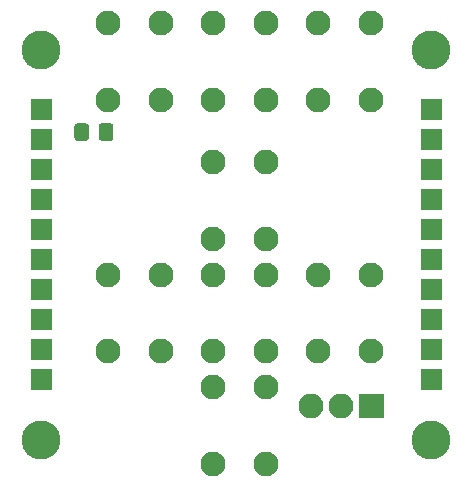
<source format=gbr>
G04 #@! TF.GenerationSoftware,KiCad,Pcbnew,(5.1.8)-1*
G04 #@! TF.CreationDate,2020-11-07T15:34:37+03:00*
G04 #@! TF.ProjectId,ArrowKbd,4172726f-774b-4626-942e-6b696361645f,rev?*
G04 #@! TF.SameCoordinates,Original*
G04 #@! TF.FileFunction,Soldermask,Top*
G04 #@! TF.FilePolarity,Negative*
%FSLAX46Y46*%
G04 Gerber Fmt 4.6, Leading zero omitted, Abs format (unit mm)*
G04 Created by KiCad (PCBNEW (5.1.8)-1) date 2020-11-07 15:34:37*
%MOMM*%
%LPD*%
G01*
G04 APERTURE LIST*
%ADD10C,3.302000*%
%ADD11O,2.102000X2.102000*%
%ADD12C,2.102000*%
G04 APERTURE END LIST*
D10*
X92710000Y-54610000D03*
X92710000Y-87630000D03*
X125730000Y-54610000D03*
X125730000Y-87630000D03*
G36*
G01*
X124829000Y-83400000D02*
X124829000Y-81700000D01*
G75*
G02*
X124880000Y-81649000I51000J0D01*
G01*
X126580000Y-81649000D01*
G75*
G02*
X126631000Y-81700000I0J-51000D01*
G01*
X126631000Y-83400000D01*
G75*
G02*
X126580000Y-83451000I-51000J0D01*
G01*
X124880000Y-83451000D01*
G75*
G02*
X124829000Y-83400000I0J51000D01*
G01*
G37*
G36*
G01*
X124829000Y-80860000D02*
X124829000Y-79160000D01*
G75*
G02*
X124880000Y-79109000I51000J0D01*
G01*
X126580000Y-79109000D01*
G75*
G02*
X126631000Y-79160000I0J-51000D01*
G01*
X126631000Y-80860000D01*
G75*
G02*
X126580000Y-80911000I-51000J0D01*
G01*
X124880000Y-80911000D01*
G75*
G02*
X124829000Y-80860000I0J51000D01*
G01*
G37*
G36*
G01*
X124829000Y-78320000D02*
X124829000Y-76620000D01*
G75*
G02*
X124880000Y-76569000I51000J0D01*
G01*
X126580000Y-76569000D01*
G75*
G02*
X126631000Y-76620000I0J-51000D01*
G01*
X126631000Y-78320000D01*
G75*
G02*
X126580000Y-78371000I-51000J0D01*
G01*
X124880000Y-78371000D01*
G75*
G02*
X124829000Y-78320000I0J51000D01*
G01*
G37*
G36*
G01*
X124829000Y-75780000D02*
X124829000Y-74080000D01*
G75*
G02*
X124880000Y-74029000I51000J0D01*
G01*
X126580000Y-74029000D01*
G75*
G02*
X126631000Y-74080000I0J-51000D01*
G01*
X126631000Y-75780000D01*
G75*
G02*
X126580000Y-75831000I-51000J0D01*
G01*
X124880000Y-75831000D01*
G75*
G02*
X124829000Y-75780000I0J51000D01*
G01*
G37*
G36*
G01*
X124829000Y-73240000D02*
X124829000Y-71540000D01*
G75*
G02*
X124880000Y-71489000I51000J0D01*
G01*
X126580000Y-71489000D01*
G75*
G02*
X126631000Y-71540000I0J-51000D01*
G01*
X126631000Y-73240000D01*
G75*
G02*
X126580000Y-73291000I-51000J0D01*
G01*
X124880000Y-73291000D01*
G75*
G02*
X124829000Y-73240000I0J51000D01*
G01*
G37*
G36*
G01*
X124829000Y-70700000D02*
X124829000Y-69000000D01*
G75*
G02*
X124880000Y-68949000I51000J0D01*
G01*
X126580000Y-68949000D01*
G75*
G02*
X126631000Y-69000000I0J-51000D01*
G01*
X126631000Y-70700000D01*
G75*
G02*
X126580000Y-70751000I-51000J0D01*
G01*
X124880000Y-70751000D01*
G75*
G02*
X124829000Y-70700000I0J51000D01*
G01*
G37*
G36*
G01*
X124829000Y-68160000D02*
X124829000Y-66460000D01*
G75*
G02*
X124880000Y-66409000I51000J0D01*
G01*
X126580000Y-66409000D01*
G75*
G02*
X126631000Y-66460000I0J-51000D01*
G01*
X126631000Y-68160000D01*
G75*
G02*
X126580000Y-68211000I-51000J0D01*
G01*
X124880000Y-68211000D01*
G75*
G02*
X124829000Y-68160000I0J51000D01*
G01*
G37*
G36*
G01*
X124829000Y-65620000D02*
X124829000Y-63920000D01*
G75*
G02*
X124880000Y-63869000I51000J0D01*
G01*
X126580000Y-63869000D01*
G75*
G02*
X126631000Y-63920000I0J-51000D01*
G01*
X126631000Y-65620000D01*
G75*
G02*
X126580000Y-65671000I-51000J0D01*
G01*
X124880000Y-65671000D01*
G75*
G02*
X124829000Y-65620000I0J51000D01*
G01*
G37*
G36*
G01*
X124829000Y-63080000D02*
X124829000Y-61380000D01*
G75*
G02*
X124880000Y-61329000I51000J0D01*
G01*
X126580000Y-61329000D01*
G75*
G02*
X126631000Y-61380000I0J-51000D01*
G01*
X126631000Y-63080000D01*
G75*
G02*
X126580000Y-63131000I-51000J0D01*
G01*
X124880000Y-63131000D01*
G75*
G02*
X124829000Y-63080000I0J51000D01*
G01*
G37*
G36*
G01*
X124829000Y-60540000D02*
X124829000Y-58840000D01*
G75*
G02*
X124880000Y-58789000I51000J0D01*
G01*
X126580000Y-58789000D01*
G75*
G02*
X126631000Y-58840000I0J-51000D01*
G01*
X126631000Y-60540000D01*
G75*
G02*
X126580000Y-60591000I-51000J0D01*
G01*
X124880000Y-60591000D01*
G75*
G02*
X124829000Y-60540000I0J51000D01*
G01*
G37*
G36*
G01*
X91809000Y-63080000D02*
X91809000Y-61380000D01*
G75*
G02*
X91860000Y-61329000I51000J0D01*
G01*
X93560000Y-61329000D01*
G75*
G02*
X93611000Y-61380000I0J-51000D01*
G01*
X93611000Y-63080000D01*
G75*
G02*
X93560000Y-63131000I-51000J0D01*
G01*
X91860000Y-63131000D01*
G75*
G02*
X91809000Y-63080000I0J51000D01*
G01*
G37*
G36*
G01*
X91809000Y-65620000D02*
X91809000Y-63920000D01*
G75*
G02*
X91860000Y-63869000I51000J0D01*
G01*
X93560000Y-63869000D01*
G75*
G02*
X93611000Y-63920000I0J-51000D01*
G01*
X93611000Y-65620000D01*
G75*
G02*
X93560000Y-65671000I-51000J0D01*
G01*
X91860000Y-65671000D01*
G75*
G02*
X91809000Y-65620000I0J51000D01*
G01*
G37*
G36*
G01*
X91809000Y-68160000D02*
X91809000Y-66460000D01*
G75*
G02*
X91860000Y-66409000I51000J0D01*
G01*
X93560000Y-66409000D01*
G75*
G02*
X93611000Y-66460000I0J-51000D01*
G01*
X93611000Y-68160000D01*
G75*
G02*
X93560000Y-68211000I-51000J0D01*
G01*
X91860000Y-68211000D01*
G75*
G02*
X91809000Y-68160000I0J51000D01*
G01*
G37*
G36*
G01*
X91809000Y-70700000D02*
X91809000Y-69000000D01*
G75*
G02*
X91860000Y-68949000I51000J0D01*
G01*
X93560000Y-68949000D01*
G75*
G02*
X93611000Y-69000000I0J-51000D01*
G01*
X93611000Y-70700000D01*
G75*
G02*
X93560000Y-70751000I-51000J0D01*
G01*
X91860000Y-70751000D01*
G75*
G02*
X91809000Y-70700000I0J51000D01*
G01*
G37*
G36*
G01*
X91809000Y-73240000D02*
X91809000Y-71540000D01*
G75*
G02*
X91860000Y-71489000I51000J0D01*
G01*
X93560000Y-71489000D01*
G75*
G02*
X93611000Y-71540000I0J-51000D01*
G01*
X93611000Y-73240000D01*
G75*
G02*
X93560000Y-73291000I-51000J0D01*
G01*
X91860000Y-73291000D01*
G75*
G02*
X91809000Y-73240000I0J51000D01*
G01*
G37*
G36*
G01*
X91809000Y-75780000D02*
X91809000Y-74080000D01*
G75*
G02*
X91860000Y-74029000I51000J0D01*
G01*
X93560000Y-74029000D01*
G75*
G02*
X93611000Y-74080000I0J-51000D01*
G01*
X93611000Y-75780000D01*
G75*
G02*
X93560000Y-75831000I-51000J0D01*
G01*
X91860000Y-75831000D01*
G75*
G02*
X91809000Y-75780000I0J51000D01*
G01*
G37*
G36*
G01*
X91809000Y-78320000D02*
X91809000Y-76620000D01*
G75*
G02*
X91860000Y-76569000I51000J0D01*
G01*
X93560000Y-76569000D01*
G75*
G02*
X93611000Y-76620000I0J-51000D01*
G01*
X93611000Y-78320000D01*
G75*
G02*
X93560000Y-78371000I-51000J0D01*
G01*
X91860000Y-78371000D01*
G75*
G02*
X91809000Y-78320000I0J51000D01*
G01*
G37*
G36*
G01*
X91809000Y-80860000D02*
X91809000Y-79160000D01*
G75*
G02*
X91860000Y-79109000I51000J0D01*
G01*
X93560000Y-79109000D01*
G75*
G02*
X93611000Y-79160000I0J-51000D01*
G01*
X93611000Y-80860000D01*
G75*
G02*
X93560000Y-80911000I-51000J0D01*
G01*
X91860000Y-80911000D01*
G75*
G02*
X91809000Y-80860000I0J51000D01*
G01*
G37*
G36*
G01*
X91809000Y-60540000D02*
X91809000Y-58840000D01*
G75*
G02*
X91860000Y-58789000I51000J0D01*
G01*
X93560000Y-58789000D01*
G75*
G02*
X93611000Y-58840000I0J-51000D01*
G01*
X93611000Y-60540000D01*
G75*
G02*
X93560000Y-60591000I-51000J0D01*
G01*
X91860000Y-60591000D01*
G75*
G02*
X91809000Y-60540000I0J51000D01*
G01*
G37*
G36*
G01*
X91809000Y-83400000D02*
X91809000Y-81700000D01*
G75*
G02*
X91860000Y-81649000I51000J0D01*
G01*
X93560000Y-81649000D01*
G75*
G02*
X93611000Y-81700000I0J-51000D01*
G01*
X93611000Y-83400000D01*
G75*
G02*
X93560000Y-83451000I-51000J0D01*
G01*
X91860000Y-83451000D01*
G75*
G02*
X91809000Y-83400000I0J51000D01*
G01*
G37*
G36*
G01*
X119650000Y-83721500D02*
X121650000Y-83721500D01*
G75*
G02*
X121701000Y-83772500I0J-51000D01*
G01*
X121701000Y-85772500D01*
G75*
G02*
X121650000Y-85823500I-51000J0D01*
G01*
X119650000Y-85823500D01*
G75*
G02*
X119599000Y-85772500I0J51000D01*
G01*
X119599000Y-83772500D01*
G75*
G02*
X119650000Y-83721500I51000J0D01*
G01*
G37*
D11*
X118110000Y-84772500D03*
X115570000Y-84772500D03*
G36*
G01*
X98806000Y-61116172D02*
X98806000Y-62073828D01*
G75*
G02*
X98533828Y-62346000I-272172J0D01*
G01*
X97826172Y-62346000D01*
G75*
G02*
X97554000Y-62073828I0J272172D01*
G01*
X97554000Y-61116172D01*
G75*
G02*
X97826172Y-60844000I272172J0D01*
G01*
X98533828Y-60844000D01*
G75*
G02*
X98806000Y-61116172I0J-272172D01*
G01*
G37*
G36*
G01*
X96756000Y-61116172D02*
X96756000Y-62073828D01*
G75*
G02*
X96483828Y-62346000I-272172J0D01*
G01*
X95776172Y-62346000D01*
G75*
G02*
X95504000Y-62073828I0J272172D01*
G01*
X95504000Y-61116172D01*
G75*
G02*
X95776172Y-60844000I272172J0D01*
G01*
X96483828Y-60844000D01*
G75*
G02*
X96756000Y-61116172I0J-272172D01*
G01*
G37*
D12*
X102870000Y-80160000D03*
X98370000Y-80160000D03*
X102870000Y-73660000D03*
X98370000Y-73660000D03*
X116150000Y-73660000D03*
X120650000Y-73660000D03*
X116150000Y-80160000D03*
X120650000Y-80160000D03*
X111760000Y-80160000D03*
X107260000Y-80160000D03*
X111760000Y-73660000D03*
X107260000Y-73660000D03*
X107260000Y-83185000D03*
X111760000Y-83185000D03*
X107260000Y-89685000D03*
X111760000Y-89685000D03*
X102870000Y-58887500D03*
X98370000Y-58887500D03*
X102870000Y-52387500D03*
X98370000Y-52387500D03*
X116150000Y-52387500D03*
X120650000Y-52387500D03*
X116150000Y-58887500D03*
X120650000Y-58887500D03*
X107260000Y-52387500D03*
X111760000Y-52387500D03*
X107260000Y-58887500D03*
X111760000Y-58887500D03*
X111760000Y-70635000D03*
X107260000Y-70635000D03*
X111760000Y-64135000D03*
X107260000Y-64135000D03*
M02*

</source>
